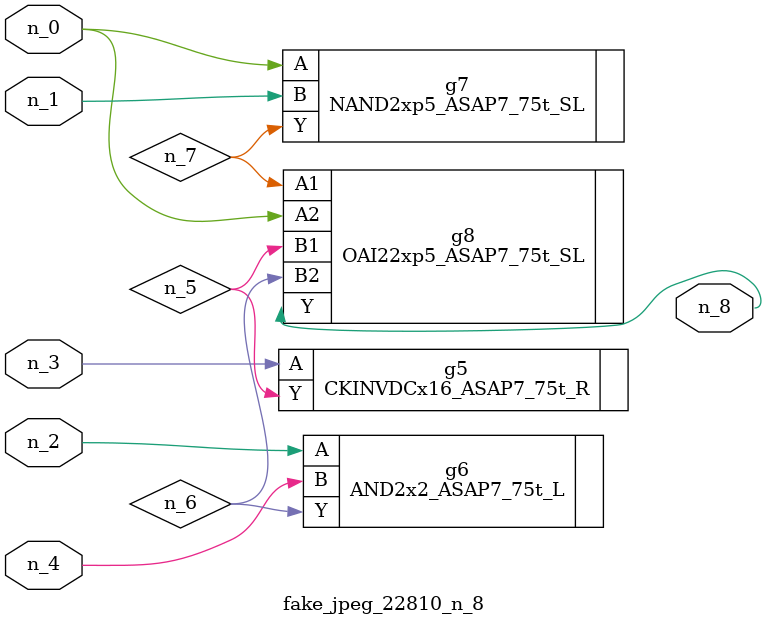
<source format=v>
module fake_jpeg_22810_n_8 (n_3, n_2, n_1, n_0, n_4, n_8);

input n_3;
input n_2;
input n_1;
input n_0;
input n_4;

output n_8;

wire n_6;
wire n_5;
wire n_7;

CKINVDCx16_ASAP7_75t_R g5 ( 
.A(n_3),
.Y(n_5)
);

AND2x2_ASAP7_75t_L g6 ( 
.A(n_2),
.B(n_4),
.Y(n_6)
);

NAND2xp5_ASAP7_75t_SL g7 ( 
.A(n_0),
.B(n_1),
.Y(n_7)
);

OAI22xp5_ASAP7_75t_SL g8 ( 
.A1(n_7),
.A2(n_0),
.B1(n_5),
.B2(n_6),
.Y(n_8)
);


endmodule
</source>
